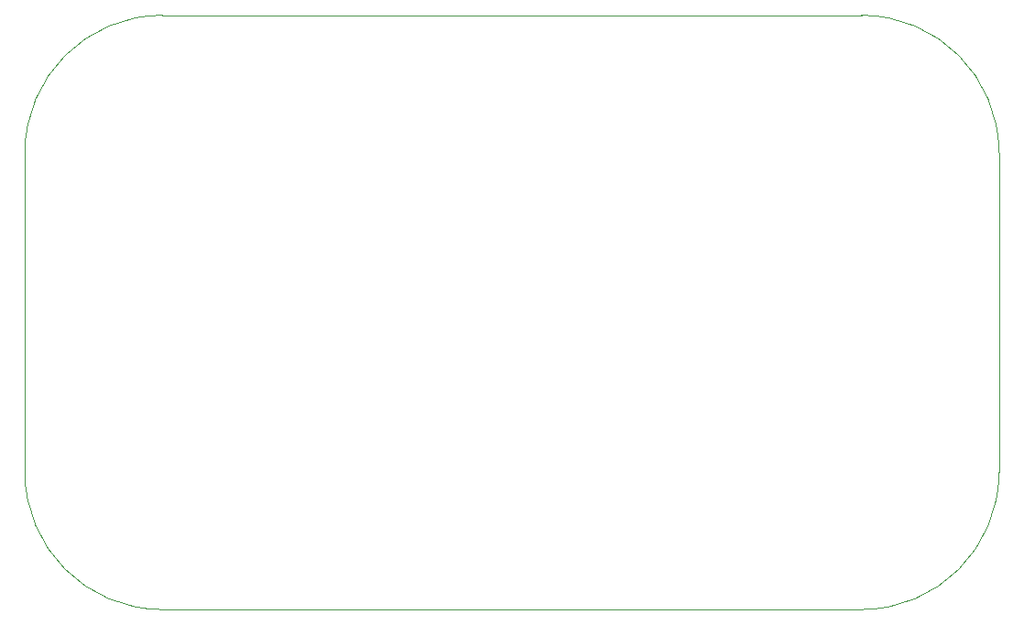
<source format=gm1>
G04 #@! TF.FileFunction,Profile,NP*
%FSLAX46Y46*%
G04 Gerber Fmt 4.6, Leading zero omitted, Abs format (unit mm)*
G04 Created by KiCad (PCBNEW (2015-06-26 BZR 5832)-product) date Samstag, 01. August 2015 00:29:42*
%MOMM*%
G01*
G04 APERTURE LIST*
%ADD10C,0.150000*%
%ADD11C,0.100000*%
G04 APERTURE END LIST*
D10*
D11*
X109855000Y-68199000D02*
G75*
G03X97155000Y-80899000I0J-12700000D01*
G01*
X109855000Y-123190000D02*
X174498000Y-123190000D01*
X109855000Y-68199000D02*
X174498000Y-68199000D01*
X187198000Y-80899000D02*
X187198000Y-110490000D01*
X97155000Y-80899000D02*
X97155000Y-110490000D01*
X187198000Y-80899000D02*
G75*
G03X174498000Y-68199000I-12700000J0D01*
G01*
X174498000Y-123190000D02*
G75*
G03X187198000Y-110490000I0J12700000D01*
G01*
X97155000Y-110490000D02*
G75*
G03X109855000Y-123190000I12700000J0D01*
G01*
M02*

</source>
